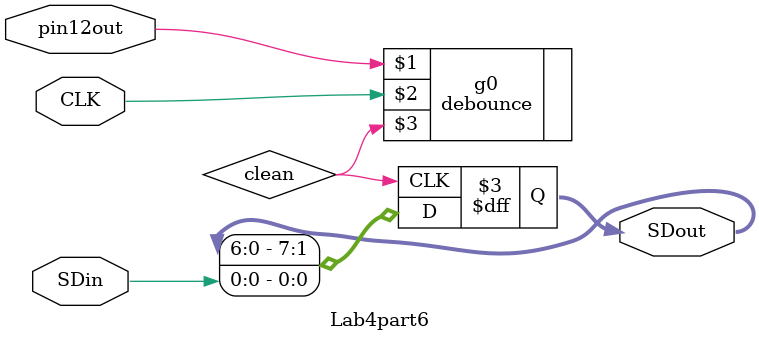
<source format=v>
module Lab4part6 (pin12out, CLK,SDin,SDout);
	input CLK, SDin,pin12out;
	output reg [7:0] SDout;

	debounce g0(pin12out,CLK, clean);

	always @ (posedge clean) //begins on the positive edge of CLK
	begin
	SDout <= SDout << 1; //cycles through all 8 registers
	SDout[0] <= SDin; //assigns the first register
	
end
endmodule 
</source>
